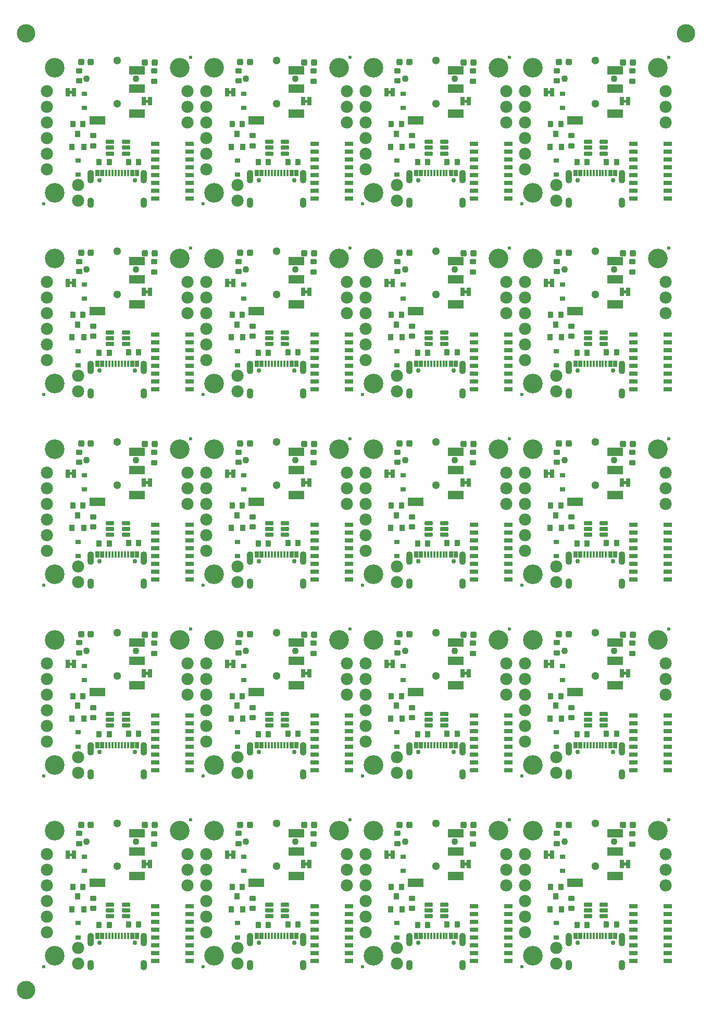
<source format=gts>
%TF.GenerationSoftware,KiCad,Pcbnew,8.0.8*%
%TF.CreationDate,2025-02-19T11:23:30-07:00*%
%TF.ProjectId,SparkFun_Audio_Player_Breakout_MY1690X-16S_panelized,53706172-6b46-4756-9e5f-417564696f5f,v10*%
%TF.SameCoordinates,Original*%
%TF.FileFunction,Soldermask,Top*%
%TF.FilePolarity,Negative*%
%FSLAX46Y46*%
G04 Gerber Fmt 4.6, Leading zero omitted, Abs format (unit mm)*
G04 Created by KiCad (PCBNEW 8.0.8) date 2025-02-19 11:23:30*
%MOMM*%
%LPD*%
G01*
G04 APERTURE LIST*
G04 Aperture macros list*
%AMRoundRect*
0 Rectangle with rounded corners*
0 $1 Rounding radius*
0 $2 $3 $4 $5 $6 $7 $8 $9 X,Y pos of 4 corners*
0 Add a 4 corners polygon primitive as box body*
4,1,4,$2,$3,$4,$5,$6,$7,$8,$9,$2,$3,0*
0 Add four circle primitives for the rounded corners*
1,1,$1+$1,$2,$3*
1,1,$1+$1,$4,$5*
1,1,$1+$1,$6,$7*
1,1,$1+$1,$8,$9*
0 Add four rect primitives between the rounded corners*
20,1,$1+$1,$2,$3,$4,$5,0*
20,1,$1+$1,$4,$5,$6,$7,0*
20,1,$1+$1,$6,$7,$8,$9,0*
20,1,$1+$1,$8,$9,$2,$3,0*%
G04 Aperture macros list end*
%ADD10C,0.000000*%
%ADD11C,3.000000*%
%ADD12C,1.100000*%
%ADD13RoundRect,0.050000X0.330200X0.635000X-0.330200X0.635000X-0.330200X-0.635000X0.330200X-0.635000X0*%
%ADD14C,0.750000*%
%ADD15RoundRect,0.050000X0.150000X0.500000X-0.150000X0.500000X-0.150000X-0.500000X0.150000X-0.500000X0*%
%ADD16RoundRect,0.050000X-0.150000X-0.500000X0.150000X-0.500000X0.150000X0.500000X-0.150000X0.500000X0*%
%ADD17RoundRect,0.050000X0.300000X0.500000X-0.300000X0.500000X-0.300000X-0.500000X0.300000X-0.500000X0*%
%ADD18RoundRect,0.050000X-0.300000X-0.500000X0.300000X-0.500000X0.300000X0.500000X-0.300000X0.500000X0*%
%ADD19O,1.100000X1.700000*%
%ADD20O,1.100000X2.200000*%
%ADD21RoundRect,0.225000X-0.225000X-0.300000X0.225000X-0.300000X0.225000X0.300000X-0.225000X0.300000X0*%
%ADD22RoundRect,0.243750X0.243750X0.281250X-0.243750X0.281250X-0.243750X-0.281250X0.243750X-0.281250X0*%
%ADD23RoundRect,0.050000X0.415000X-0.315000X0.415000X0.315000X-0.415000X0.315000X-0.415000X-0.315000X0*%
%ADD24RoundRect,0.243750X-0.243750X-0.281250X0.243750X-0.281250X0.243750X0.281250X-0.243750X0.281250X0*%
%ADD25RoundRect,0.050000X-0.400000X-0.450000X0.400000X-0.450000X0.400000X0.450000X-0.400000X0.450000X0*%
%ADD26RoundRect,0.225000X-0.300000X0.225000X-0.300000X-0.225000X0.300000X-0.225000X0.300000X0.225000X0*%
%ADD27C,1.979600*%
%ADD28RoundRect,0.050000X-0.415000X0.315000X-0.415000X-0.315000X0.415000X-0.315000X0.415000X0.315000X0*%
%ADD29C,3.200000*%
%ADD30C,1.300000*%
%ADD31RoundRect,0.050000X-1.250000X0.600000X-1.250000X-0.600000X1.250000X-0.600000X1.250000X0.600000X0*%
%ADD32RoundRect,0.050000X1.250000X-0.600000X1.250000X0.600000X-1.250000X0.600000X-1.250000X-0.600000X0*%
%ADD33C,0.600000*%
%ADD34RoundRect,0.050000X0.600000X-0.300000X0.600000X0.300000X-0.600000X0.300000X-0.600000X-0.300000X0*%
%ADD35RoundRect,0.225000X0.300000X-0.225000X0.300000X0.225000X-0.300000X0.225000X-0.300000X-0.225000X0*%
%ADD36RoundRect,0.050000X0.600000X-0.275000X0.600000X0.275000X-0.600000X0.275000X-0.600000X-0.275000X0*%
G04 APERTURE END LIST*
D10*
%TO.C,JP2*%
G36*
X83129000Y142623500D02*
G01*
X82621000Y142623500D01*
X82621000Y143104500D01*
X83129000Y143104500D01*
X83129000Y142623500D01*
G37*
G36*
X83129000Y111643500D02*
G01*
X82621000Y111643500D01*
X82621000Y112124500D01*
X83129000Y112124500D01*
X83129000Y111643500D01*
G37*
G36*
X83129000Y80663500D02*
G01*
X82621000Y80663500D01*
X82621000Y81144500D01*
X83129000Y81144500D01*
X83129000Y80663500D01*
G37*
G36*
X83129000Y49683500D02*
G01*
X82621000Y49683500D01*
X82621000Y50164500D01*
X83129000Y50164500D01*
X83129000Y49683500D01*
G37*
G36*
X83129000Y18703500D02*
G01*
X82621000Y18703500D01*
X82621000Y19184500D01*
X83129000Y19184500D01*
X83129000Y18703500D01*
G37*
G36*
X57229000Y142623500D02*
G01*
X56721000Y142623500D01*
X56721000Y143104500D01*
X57229000Y143104500D01*
X57229000Y142623500D01*
G37*
G36*
X57229000Y111643500D02*
G01*
X56721000Y111643500D01*
X56721000Y112124500D01*
X57229000Y112124500D01*
X57229000Y111643500D01*
G37*
G36*
X57229000Y80663500D02*
G01*
X56721000Y80663500D01*
X56721000Y81144500D01*
X57229000Y81144500D01*
X57229000Y80663500D01*
G37*
G36*
X57229000Y49683500D02*
G01*
X56721000Y49683500D01*
X56721000Y50164500D01*
X57229000Y50164500D01*
X57229000Y49683500D01*
G37*
G36*
X57229000Y18703500D02*
G01*
X56721000Y18703500D01*
X56721000Y19184500D01*
X57229000Y19184500D01*
X57229000Y18703500D01*
G37*
G36*
X31329000Y142623500D02*
G01*
X30821000Y142623500D01*
X30821000Y143104500D01*
X31329000Y143104500D01*
X31329000Y142623500D01*
G37*
G36*
X31329000Y111643500D02*
G01*
X30821000Y111643500D01*
X30821000Y112124500D01*
X31329000Y112124500D01*
X31329000Y111643500D01*
G37*
G36*
X31329000Y80663500D02*
G01*
X30821000Y80663500D01*
X30821000Y81144500D01*
X31329000Y81144500D01*
X31329000Y80663500D01*
G37*
G36*
X31329000Y49683500D02*
G01*
X30821000Y49683500D01*
X30821000Y50164500D01*
X31329000Y50164500D01*
X31329000Y49683500D01*
G37*
G36*
X31329000Y18703500D02*
G01*
X30821000Y18703500D01*
X30821000Y19184500D01*
X31329000Y19184500D01*
X31329000Y18703500D01*
G37*
G36*
X5429000Y142623500D02*
G01*
X4921000Y142623500D01*
X4921000Y143104500D01*
X5429000Y143104500D01*
X5429000Y142623500D01*
G37*
G36*
X5429000Y111643500D02*
G01*
X4921000Y111643500D01*
X4921000Y112124500D01*
X5429000Y112124500D01*
X5429000Y111643500D01*
G37*
G36*
X5429000Y80663500D02*
G01*
X4921000Y80663500D01*
X4921000Y81144500D01*
X5429000Y81144500D01*
X5429000Y80663500D01*
G37*
G36*
X5429000Y49683500D02*
G01*
X4921000Y49683500D01*
X4921000Y50164500D01*
X5429000Y50164500D01*
X5429000Y49683500D01*
G37*
%TO.C,JP3*%
G36*
X95502300Y141131500D02*
G01*
X94994300Y141131500D01*
X94994300Y141612500D01*
X95502300Y141612500D01*
X95502300Y141131500D01*
G37*
G36*
X95502300Y110151500D02*
G01*
X94994300Y110151500D01*
X94994300Y110632500D01*
X95502300Y110632500D01*
X95502300Y110151500D01*
G37*
G36*
X95502300Y79171500D02*
G01*
X94994300Y79171500D01*
X94994300Y79652500D01*
X95502300Y79652500D01*
X95502300Y79171500D01*
G37*
G36*
X95502300Y48191500D02*
G01*
X94994300Y48191500D01*
X94994300Y48672500D01*
X95502300Y48672500D01*
X95502300Y48191500D01*
G37*
G36*
X95502300Y17211500D02*
G01*
X94994300Y17211500D01*
X94994300Y17692500D01*
X95502300Y17692500D01*
X95502300Y17211500D01*
G37*
G36*
X69602300Y141131500D02*
G01*
X69094300Y141131500D01*
X69094300Y141612500D01*
X69602300Y141612500D01*
X69602300Y141131500D01*
G37*
G36*
X69602300Y110151500D02*
G01*
X69094300Y110151500D01*
X69094300Y110632500D01*
X69602300Y110632500D01*
X69602300Y110151500D01*
G37*
G36*
X69602300Y79171500D02*
G01*
X69094300Y79171500D01*
X69094300Y79652500D01*
X69602300Y79652500D01*
X69602300Y79171500D01*
G37*
G36*
X69602300Y48191500D02*
G01*
X69094300Y48191500D01*
X69094300Y48672500D01*
X69602300Y48672500D01*
X69602300Y48191500D01*
G37*
G36*
X69602300Y17211500D02*
G01*
X69094300Y17211500D01*
X69094300Y17692500D01*
X69602300Y17692500D01*
X69602300Y17211500D01*
G37*
G36*
X43702300Y141131500D02*
G01*
X43194300Y141131500D01*
X43194300Y141612500D01*
X43702300Y141612500D01*
X43702300Y141131500D01*
G37*
G36*
X43702300Y110151500D02*
G01*
X43194300Y110151500D01*
X43194300Y110632500D01*
X43702300Y110632500D01*
X43702300Y110151500D01*
G37*
G36*
X43702300Y79171500D02*
G01*
X43194300Y79171500D01*
X43194300Y79652500D01*
X43702300Y79652500D01*
X43702300Y79171500D01*
G37*
G36*
X43702300Y48191500D02*
G01*
X43194300Y48191500D01*
X43194300Y48672500D01*
X43702300Y48672500D01*
X43702300Y48191500D01*
G37*
G36*
X43702300Y17211500D02*
G01*
X43194300Y17211500D01*
X43194300Y17692500D01*
X43702300Y17692500D01*
X43702300Y17211500D01*
G37*
G36*
X17802300Y141131500D02*
G01*
X17294300Y141131500D01*
X17294300Y141612500D01*
X17802300Y141612500D01*
X17802300Y141131500D01*
G37*
G36*
X17802300Y110151500D02*
G01*
X17294300Y110151500D01*
X17294300Y110632500D01*
X17802300Y110632500D01*
X17802300Y110151500D01*
G37*
G36*
X17802300Y79171500D02*
G01*
X17294300Y79171500D01*
X17294300Y79652500D01*
X17802300Y79652500D01*
X17802300Y79171500D01*
G37*
G36*
X17802300Y48191500D02*
G01*
X17294300Y48191500D01*
X17294300Y48672500D01*
X17802300Y48672500D01*
X17802300Y48191500D01*
G37*
G36*
X17802300Y17211500D02*
G01*
X17294300Y17211500D01*
X17294300Y17692500D01*
X17802300Y17692500D01*
X17802300Y17211500D01*
G37*
%TO.C,JP2*%
G36*
X5429000Y18703500D02*
G01*
X4921000Y18703500D01*
X4921000Y19184500D01*
X5429000Y19184500D01*
X5429000Y18703500D01*
G37*
%TD*%
D11*
%TO.C,*%
X105187500Y152400000D03*
%TD*%
%TO.C,*%
X-2087500Y152400000D03*
%TD*%
%TO.C,*%
X-2087500Y-3080000D03*
%TD*%
D12*
%TO.C,J6*%
X85450000Y145002000D03*
X93450000Y145002000D03*
%TD*%
%TO.C,J6*%
X85450000Y114022000D03*
X93450000Y114022000D03*
%TD*%
%TO.C,J6*%
X85450000Y83042000D03*
X93450000Y83042000D03*
%TD*%
%TO.C,J6*%
X85450000Y52062000D03*
X93450000Y52062000D03*
%TD*%
%TO.C,J6*%
X85450000Y21082000D03*
X93450000Y21082000D03*
%TD*%
%TO.C,J6*%
X59550000Y145002000D03*
X67550000Y145002000D03*
%TD*%
%TO.C,J6*%
X59550000Y114022000D03*
X67550000Y114022000D03*
%TD*%
%TO.C,J6*%
X59550000Y83042000D03*
X67550000Y83042000D03*
%TD*%
%TO.C,J6*%
X59550000Y52062000D03*
X67550000Y52062000D03*
%TD*%
%TO.C,J6*%
X59550000Y21082000D03*
X67550000Y21082000D03*
%TD*%
%TO.C,J6*%
X33650000Y145002000D03*
X41650000Y145002000D03*
%TD*%
%TO.C,J6*%
X33650000Y114022000D03*
X41650000Y114022000D03*
%TD*%
%TO.C,J6*%
X33650000Y83042000D03*
X41650000Y83042000D03*
%TD*%
%TO.C,J6*%
X33650000Y52062000D03*
X41650000Y52062000D03*
%TD*%
%TO.C,J6*%
X33650000Y21082000D03*
X41650000Y21082000D03*
%TD*%
%TO.C,J6*%
X7750000Y145002000D03*
X15750000Y145002000D03*
%TD*%
%TO.C,J6*%
X7750000Y114022000D03*
X15750000Y114022000D03*
%TD*%
%TO.C,J6*%
X7750000Y83042000D03*
X15750000Y83042000D03*
%TD*%
%TO.C,J6*%
X7750000Y52062000D03*
X15750000Y52062000D03*
%TD*%
D13*
%TO.C,JP2*%
X83395700Y142864000D03*
X82354300Y142864000D03*
%TD*%
%TO.C,JP2*%
X83395700Y111884000D03*
X82354300Y111884000D03*
%TD*%
%TO.C,JP2*%
X83395700Y80904000D03*
X82354300Y80904000D03*
%TD*%
%TO.C,JP2*%
X83395700Y49924000D03*
X82354300Y49924000D03*
%TD*%
%TO.C,JP2*%
X83395700Y18944000D03*
X82354300Y18944000D03*
%TD*%
%TO.C,JP2*%
X57495700Y142864000D03*
X56454300Y142864000D03*
%TD*%
%TO.C,JP2*%
X57495700Y111884000D03*
X56454300Y111884000D03*
%TD*%
%TO.C,JP2*%
X57495700Y80904000D03*
X56454300Y80904000D03*
%TD*%
%TO.C,JP2*%
X57495700Y49924000D03*
X56454300Y49924000D03*
%TD*%
%TO.C,JP2*%
X57495700Y18944000D03*
X56454300Y18944000D03*
%TD*%
%TO.C,JP2*%
X31595700Y142864000D03*
X30554300Y142864000D03*
%TD*%
%TO.C,JP2*%
X31595700Y111884000D03*
X30554300Y111884000D03*
%TD*%
%TO.C,JP2*%
X31595700Y80904000D03*
X30554300Y80904000D03*
%TD*%
%TO.C,JP2*%
X31595700Y49924000D03*
X30554300Y49924000D03*
%TD*%
%TO.C,JP2*%
X31595700Y18944000D03*
X30554300Y18944000D03*
%TD*%
%TO.C,JP2*%
X5695700Y142864000D03*
X4654300Y142864000D03*
%TD*%
%TO.C,JP2*%
X5695700Y111884000D03*
X4654300Y111884000D03*
%TD*%
%TO.C,JP2*%
X5695700Y80904000D03*
X4654300Y80904000D03*
%TD*%
%TO.C,JP2*%
X5695700Y49924000D03*
X4654300Y49924000D03*
%TD*%
D14*
%TO.C,J4*%
X87510000Y128571000D03*
X93290000Y128571000D03*
D15*
X89150000Y129676000D03*
X90150000Y129676000D03*
D16*
X90650000Y129676000D03*
X91650000Y129676000D03*
X92150000Y129676000D03*
X91150000Y129676000D03*
D15*
X89650000Y129676000D03*
X88650000Y129676000D03*
D17*
X87175000Y129676000D03*
D18*
X93625000Y129676000D03*
D19*
X86082000Y124921000D03*
D20*
X86082000Y129101000D03*
X94718000Y129101000D03*
D19*
X94718000Y124921000D03*
D17*
X87950000Y129676000D03*
D18*
X92850000Y129676000D03*
%TD*%
D14*
%TO.C,J4*%
X87510000Y97591000D03*
X93290000Y97591000D03*
D15*
X89150000Y98696000D03*
X90150000Y98696000D03*
D16*
X90650000Y98696000D03*
X91650000Y98696000D03*
X92150000Y98696000D03*
X91150000Y98696000D03*
D15*
X89650000Y98696000D03*
X88650000Y98696000D03*
D17*
X87175000Y98696000D03*
D18*
X93625000Y98696000D03*
D19*
X86082000Y93941000D03*
D20*
X86082000Y98121000D03*
X94718000Y98121000D03*
D19*
X94718000Y93941000D03*
D17*
X87950000Y98696000D03*
D18*
X92850000Y98696000D03*
%TD*%
D14*
%TO.C,J4*%
X87510000Y66611000D03*
X93290000Y66611000D03*
D15*
X89150000Y67716000D03*
X90150000Y67716000D03*
D16*
X90650000Y67716000D03*
X91650000Y67716000D03*
X92150000Y67716000D03*
X91150000Y67716000D03*
D15*
X89650000Y67716000D03*
X88650000Y67716000D03*
D17*
X87175000Y67716000D03*
D18*
X93625000Y67716000D03*
D19*
X86082000Y62961000D03*
D20*
X86082000Y67141000D03*
X94718000Y67141000D03*
D19*
X94718000Y62961000D03*
D17*
X87950000Y67716000D03*
D18*
X92850000Y67716000D03*
%TD*%
D14*
%TO.C,J4*%
X87510000Y35631000D03*
X93290000Y35631000D03*
D15*
X89150000Y36736000D03*
X90150000Y36736000D03*
D16*
X90650000Y36736000D03*
X91650000Y36736000D03*
X92150000Y36736000D03*
X91150000Y36736000D03*
D15*
X89650000Y36736000D03*
X88650000Y36736000D03*
D17*
X87175000Y36736000D03*
D18*
X93625000Y36736000D03*
D19*
X86082000Y31981000D03*
D20*
X86082000Y36161000D03*
X94718000Y36161000D03*
D19*
X94718000Y31981000D03*
D17*
X87950000Y36736000D03*
D18*
X92850000Y36736000D03*
%TD*%
D14*
%TO.C,J4*%
X87510000Y4651000D03*
X93290000Y4651000D03*
D15*
X89150000Y5756000D03*
X90150000Y5756000D03*
D16*
X90650000Y5756000D03*
X91650000Y5756000D03*
X92150000Y5756000D03*
X91150000Y5756000D03*
D15*
X89650000Y5756000D03*
X88650000Y5756000D03*
D17*
X87175000Y5756000D03*
D18*
X93625000Y5756000D03*
D19*
X86082000Y1001000D03*
D20*
X86082000Y5181000D03*
X94718000Y5181000D03*
D19*
X94718000Y1001000D03*
D17*
X87950000Y5756000D03*
D18*
X92850000Y5756000D03*
%TD*%
D14*
%TO.C,J4*%
X61610000Y128571000D03*
X67390000Y128571000D03*
D15*
X63250000Y129676000D03*
X64250000Y129676000D03*
D16*
X64750000Y129676000D03*
X65750000Y129676000D03*
X66250000Y129676000D03*
X65250000Y129676000D03*
D15*
X63750000Y129676000D03*
X62750000Y129676000D03*
D17*
X61275000Y129676000D03*
D18*
X67725000Y129676000D03*
D19*
X60182000Y124921000D03*
D20*
X60182000Y129101000D03*
X68818000Y129101000D03*
D19*
X68818000Y124921000D03*
D17*
X62050000Y129676000D03*
D18*
X66950000Y129676000D03*
%TD*%
D14*
%TO.C,J4*%
X61610000Y97591000D03*
X67390000Y97591000D03*
D15*
X63250000Y98696000D03*
X64250000Y98696000D03*
D16*
X64750000Y98696000D03*
X65750000Y98696000D03*
X66250000Y98696000D03*
X65250000Y98696000D03*
D15*
X63750000Y98696000D03*
X62750000Y98696000D03*
D17*
X61275000Y98696000D03*
D18*
X67725000Y98696000D03*
D19*
X60182000Y93941000D03*
D20*
X60182000Y98121000D03*
X68818000Y98121000D03*
D19*
X68818000Y93941000D03*
D17*
X62050000Y98696000D03*
D18*
X66950000Y98696000D03*
%TD*%
D14*
%TO.C,J4*%
X61610000Y66611000D03*
X67390000Y66611000D03*
D15*
X63250000Y67716000D03*
X64250000Y67716000D03*
D16*
X64750000Y67716000D03*
X65750000Y67716000D03*
X66250000Y67716000D03*
X65250000Y67716000D03*
D15*
X63750000Y67716000D03*
X62750000Y67716000D03*
D17*
X61275000Y67716000D03*
D18*
X67725000Y67716000D03*
D19*
X60182000Y62961000D03*
D20*
X60182000Y67141000D03*
X68818000Y67141000D03*
D19*
X68818000Y62961000D03*
D17*
X62050000Y67716000D03*
D18*
X66950000Y67716000D03*
%TD*%
D14*
%TO.C,J4*%
X61610000Y35631000D03*
X67390000Y35631000D03*
D15*
X63250000Y36736000D03*
X64250000Y36736000D03*
D16*
X64750000Y36736000D03*
X65750000Y36736000D03*
X66250000Y36736000D03*
X65250000Y36736000D03*
D15*
X63750000Y36736000D03*
X62750000Y36736000D03*
D17*
X61275000Y36736000D03*
D18*
X67725000Y36736000D03*
D19*
X60182000Y31981000D03*
D20*
X60182000Y36161000D03*
X68818000Y36161000D03*
D19*
X68818000Y31981000D03*
D17*
X62050000Y36736000D03*
D18*
X66950000Y36736000D03*
%TD*%
D14*
%TO.C,J4*%
X61610000Y4651000D03*
X67390000Y4651000D03*
D15*
X63250000Y5756000D03*
X64250000Y5756000D03*
D16*
X64750000Y5756000D03*
X65750000Y5756000D03*
X66250000Y5756000D03*
X65250000Y5756000D03*
D15*
X63750000Y5756000D03*
X62750000Y5756000D03*
D17*
X61275000Y5756000D03*
D18*
X67725000Y5756000D03*
D19*
X60182000Y1001000D03*
D20*
X60182000Y5181000D03*
X68818000Y5181000D03*
D19*
X68818000Y1001000D03*
D17*
X62050000Y5756000D03*
D18*
X66950000Y5756000D03*
%TD*%
D14*
%TO.C,J4*%
X35710000Y128571000D03*
X41490000Y128571000D03*
D15*
X37350000Y129676000D03*
X38350000Y129676000D03*
D16*
X38850000Y129676000D03*
X39850000Y129676000D03*
X40350000Y129676000D03*
X39350000Y129676000D03*
D15*
X37850000Y129676000D03*
X36850000Y129676000D03*
D17*
X35375000Y129676000D03*
D18*
X41825000Y129676000D03*
D19*
X34282000Y124921000D03*
D20*
X34282000Y129101000D03*
X42918000Y129101000D03*
D19*
X42918000Y124921000D03*
D17*
X36150000Y129676000D03*
D18*
X41050000Y129676000D03*
%TD*%
D14*
%TO.C,J4*%
X35710000Y97591000D03*
X41490000Y97591000D03*
D15*
X37350000Y98696000D03*
X38350000Y98696000D03*
D16*
X38850000Y98696000D03*
X39850000Y98696000D03*
X40350000Y98696000D03*
X39350000Y98696000D03*
D15*
X37850000Y98696000D03*
X36850000Y98696000D03*
D17*
X35375000Y98696000D03*
D18*
X41825000Y98696000D03*
D19*
X34282000Y93941000D03*
D20*
X34282000Y98121000D03*
X42918000Y98121000D03*
D19*
X42918000Y93941000D03*
D17*
X36150000Y98696000D03*
D18*
X41050000Y98696000D03*
%TD*%
D14*
%TO.C,J4*%
X35710000Y66611000D03*
X41490000Y66611000D03*
D15*
X37350000Y67716000D03*
X38350000Y67716000D03*
D16*
X38850000Y67716000D03*
X39850000Y67716000D03*
X40350000Y67716000D03*
X39350000Y67716000D03*
D15*
X37850000Y67716000D03*
X36850000Y67716000D03*
D17*
X35375000Y67716000D03*
D18*
X41825000Y67716000D03*
D19*
X34282000Y62961000D03*
D20*
X34282000Y67141000D03*
X42918000Y67141000D03*
D19*
X42918000Y62961000D03*
D17*
X36150000Y67716000D03*
D18*
X41050000Y67716000D03*
%TD*%
D14*
%TO.C,J4*%
X35710000Y35631000D03*
X41490000Y35631000D03*
D15*
X37350000Y36736000D03*
X38350000Y36736000D03*
D16*
X38850000Y36736000D03*
X39850000Y36736000D03*
X40350000Y36736000D03*
X39350000Y36736000D03*
D15*
X37850000Y36736000D03*
X36850000Y36736000D03*
D17*
X35375000Y36736000D03*
D18*
X41825000Y36736000D03*
D19*
X34282000Y31981000D03*
D20*
X34282000Y36161000D03*
X42918000Y36161000D03*
D19*
X42918000Y31981000D03*
D17*
X36150000Y36736000D03*
D18*
X41050000Y36736000D03*
%TD*%
D14*
%TO.C,J4*%
X35710000Y4651000D03*
X41490000Y4651000D03*
D15*
X37350000Y5756000D03*
X38350000Y5756000D03*
D16*
X38850000Y5756000D03*
X39850000Y5756000D03*
X40350000Y5756000D03*
X39350000Y5756000D03*
D15*
X37850000Y5756000D03*
X36850000Y5756000D03*
D17*
X35375000Y5756000D03*
D18*
X41825000Y5756000D03*
D19*
X34282000Y1001000D03*
D20*
X34282000Y5181000D03*
X42918000Y5181000D03*
D19*
X42918000Y1001000D03*
D17*
X36150000Y5756000D03*
D18*
X41050000Y5756000D03*
%TD*%
D14*
%TO.C,J4*%
X9810000Y128571000D03*
X15590000Y128571000D03*
D15*
X11450000Y129676000D03*
X12450000Y129676000D03*
D16*
X12950000Y129676000D03*
X13950000Y129676000D03*
X14450000Y129676000D03*
X13450000Y129676000D03*
D15*
X11950000Y129676000D03*
X10950000Y129676000D03*
D17*
X9475000Y129676000D03*
D18*
X15925000Y129676000D03*
D19*
X8382000Y124921000D03*
D20*
X8382000Y129101000D03*
X17018000Y129101000D03*
D19*
X17018000Y124921000D03*
D17*
X10250000Y129676000D03*
D18*
X15150000Y129676000D03*
%TD*%
D14*
%TO.C,J4*%
X9810000Y97591000D03*
X15590000Y97591000D03*
D15*
X11450000Y98696000D03*
X12450000Y98696000D03*
D16*
X12950000Y98696000D03*
X13950000Y98696000D03*
X14450000Y98696000D03*
X13450000Y98696000D03*
D15*
X11950000Y98696000D03*
X10950000Y98696000D03*
D17*
X9475000Y98696000D03*
D18*
X15925000Y98696000D03*
D19*
X8382000Y93941000D03*
D20*
X8382000Y98121000D03*
X17018000Y98121000D03*
D19*
X17018000Y93941000D03*
D17*
X10250000Y98696000D03*
D18*
X15150000Y98696000D03*
%TD*%
D14*
%TO.C,J4*%
X9810000Y66611000D03*
X15590000Y66611000D03*
D15*
X11450000Y67716000D03*
X12450000Y67716000D03*
D16*
X12950000Y67716000D03*
X13950000Y67716000D03*
X14450000Y67716000D03*
X13450000Y67716000D03*
D15*
X11950000Y67716000D03*
X10950000Y67716000D03*
D17*
X9475000Y67716000D03*
D18*
X15925000Y67716000D03*
D19*
X8382000Y62961000D03*
D20*
X8382000Y67141000D03*
X17018000Y67141000D03*
D19*
X17018000Y62961000D03*
D17*
X10250000Y67716000D03*
D18*
X15150000Y67716000D03*
%TD*%
D14*
%TO.C,J4*%
X9810000Y35631000D03*
X15590000Y35631000D03*
D15*
X11450000Y36736000D03*
X12450000Y36736000D03*
D16*
X12950000Y36736000D03*
X13950000Y36736000D03*
X14450000Y36736000D03*
X13450000Y36736000D03*
D15*
X11950000Y36736000D03*
X10950000Y36736000D03*
D17*
X9475000Y36736000D03*
D18*
X15925000Y36736000D03*
D19*
X8382000Y31981000D03*
D20*
X8382000Y36161000D03*
X17018000Y36161000D03*
D19*
X17018000Y31981000D03*
D17*
X10250000Y36736000D03*
D18*
X15150000Y36736000D03*
%TD*%
D21*
%TO.C,R3*%
X87449000Y131480000D03*
X89099000Y131480000D03*
%TD*%
%TO.C,R3*%
X87449000Y100500000D03*
X89099000Y100500000D03*
%TD*%
%TO.C,R3*%
X87449000Y69520000D03*
X89099000Y69520000D03*
%TD*%
%TO.C,R3*%
X87449000Y38540000D03*
X89099000Y38540000D03*
%TD*%
%TO.C,R3*%
X87449000Y7560000D03*
X89099000Y7560000D03*
%TD*%
%TO.C,R3*%
X61549000Y131480000D03*
X63199000Y131480000D03*
%TD*%
%TO.C,R3*%
X61549000Y100500000D03*
X63199000Y100500000D03*
%TD*%
%TO.C,R3*%
X61549000Y69520000D03*
X63199000Y69520000D03*
%TD*%
%TO.C,R3*%
X61549000Y38540000D03*
X63199000Y38540000D03*
%TD*%
%TO.C,R3*%
X61549000Y7560000D03*
X63199000Y7560000D03*
%TD*%
%TO.C,R3*%
X35649000Y131480000D03*
X37299000Y131480000D03*
%TD*%
%TO.C,R3*%
X35649000Y100500000D03*
X37299000Y100500000D03*
%TD*%
%TO.C,R3*%
X35649000Y69520000D03*
X37299000Y69520000D03*
%TD*%
%TO.C,R3*%
X35649000Y38540000D03*
X37299000Y38540000D03*
%TD*%
%TO.C,R3*%
X35649000Y7560000D03*
X37299000Y7560000D03*
%TD*%
%TO.C,R3*%
X9749000Y131480000D03*
X11399000Y131480000D03*
%TD*%
%TO.C,R3*%
X9749000Y100500000D03*
X11399000Y100500000D03*
%TD*%
%TO.C,R3*%
X9749000Y69520000D03*
X11399000Y69520000D03*
%TD*%
%TO.C,R3*%
X9749000Y38540000D03*
X11399000Y38540000D03*
%TD*%
D22*
%TO.C,D4*%
X86102500Y147762000D03*
X84527500Y147762000D03*
%TD*%
%TO.C,D4*%
X86102500Y116782000D03*
X84527500Y116782000D03*
%TD*%
%TO.C,D4*%
X86102500Y85802000D03*
X84527500Y85802000D03*
%TD*%
%TO.C,D4*%
X86102500Y54822000D03*
X84527500Y54822000D03*
%TD*%
%TO.C,D4*%
X86102500Y23842000D03*
X84527500Y23842000D03*
%TD*%
%TO.C,D4*%
X60202500Y147762000D03*
X58627500Y147762000D03*
%TD*%
%TO.C,D4*%
X60202500Y116782000D03*
X58627500Y116782000D03*
%TD*%
%TO.C,D4*%
X60202500Y85802000D03*
X58627500Y85802000D03*
%TD*%
%TO.C,D4*%
X60202500Y54822000D03*
X58627500Y54822000D03*
%TD*%
%TO.C,D4*%
X60202500Y23842000D03*
X58627500Y23842000D03*
%TD*%
%TO.C,D4*%
X34302500Y147762000D03*
X32727500Y147762000D03*
%TD*%
%TO.C,D4*%
X34302500Y116782000D03*
X32727500Y116782000D03*
%TD*%
%TO.C,D4*%
X34302500Y85802000D03*
X32727500Y85802000D03*
%TD*%
%TO.C,D4*%
X34302500Y54822000D03*
X32727500Y54822000D03*
%TD*%
%TO.C,D4*%
X34302500Y23842000D03*
X32727500Y23842000D03*
%TD*%
%TO.C,D4*%
X8402500Y147762000D03*
X6827500Y147762000D03*
%TD*%
%TO.C,D4*%
X8402500Y116782000D03*
X6827500Y116782000D03*
%TD*%
%TO.C,D4*%
X8402500Y85802000D03*
X6827500Y85802000D03*
%TD*%
%TO.C,D4*%
X8402500Y54822000D03*
X6827500Y54822000D03*
%TD*%
D23*
%TO.C,D2*%
X85056000Y140265000D03*
X85056000Y142565000D03*
%TD*%
%TO.C,D2*%
X85056000Y109285000D03*
X85056000Y111585000D03*
%TD*%
%TO.C,D2*%
X85056000Y78305000D03*
X85056000Y80605000D03*
%TD*%
%TO.C,D2*%
X85056000Y47325000D03*
X85056000Y49625000D03*
%TD*%
%TO.C,D2*%
X85056000Y16345000D03*
X85056000Y18645000D03*
%TD*%
%TO.C,D2*%
X59156000Y140265000D03*
X59156000Y142565000D03*
%TD*%
%TO.C,D2*%
X59156000Y109285000D03*
X59156000Y111585000D03*
%TD*%
%TO.C,D2*%
X59156000Y78305000D03*
X59156000Y80605000D03*
%TD*%
%TO.C,D2*%
X59156000Y47325000D03*
X59156000Y49625000D03*
%TD*%
%TO.C,D2*%
X59156000Y16345000D03*
X59156000Y18645000D03*
%TD*%
%TO.C,D2*%
X33256000Y140265000D03*
X33256000Y142565000D03*
%TD*%
%TO.C,D2*%
X33256000Y109285000D03*
X33256000Y111585000D03*
%TD*%
%TO.C,D2*%
X33256000Y78305000D03*
X33256000Y80605000D03*
%TD*%
%TO.C,D2*%
X33256000Y47325000D03*
X33256000Y49625000D03*
%TD*%
%TO.C,D2*%
X33256000Y16345000D03*
X33256000Y18645000D03*
%TD*%
%TO.C,D2*%
X7356000Y140265000D03*
X7356000Y142565000D03*
%TD*%
%TO.C,D2*%
X7356000Y109285000D03*
X7356000Y111585000D03*
%TD*%
%TO.C,D2*%
X7356000Y78305000D03*
X7356000Y80605000D03*
%TD*%
%TO.C,D2*%
X7356000Y47325000D03*
X7356000Y49625000D03*
%TD*%
D21*
%TO.C,R4*%
X83174000Y137645000D03*
X84824000Y137645000D03*
%TD*%
%TO.C,R4*%
X83174000Y106665000D03*
X84824000Y106665000D03*
%TD*%
%TO.C,R4*%
X83174000Y75685000D03*
X84824000Y75685000D03*
%TD*%
%TO.C,R4*%
X83174000Y44705000D03*
X84824000Y44705000D03*
%TD*%
%TO.C,R4*%
X83174000Y13725000D03*
X84824000Y13725000D03*
%TD*%
%TO.C,R4*%
X57274000Y137645000D03*
X58924000Y137645000D03*
%TD*%
%TO.C,R4*%
X57274000Y106665000D03*
X58924000Y106665000D03*
%TD*%
%TO.C,R4*%
X57274000Y75685000D03*
X58924000Y75685000D03*
%TD*%
%TO.C,R4*%
X57274000Y44705000D03*
X58924000Y44705000D03*
%TD*%
%TO.C,R4*%
X57274000Y13725000D03*
X58924000Y13725000D03*
%TD*%
%TO.C,R4*%
X31374000Y137645000D03*
X33024000Y137645000D03*
%TD*%
%TO.C,R4*%
X31374000Y106665000D03*
X33024000Y106665000D03*
%TD*%
%TO.C,R4*%
X31374000Y75685000D03*
X33024000Y75685000D03*
%TD*%
%TO.C,R4*%
X31374000Y44705000D03*
X33024000Y44705000D03*
%TD*%
%TO.C,R4*%
X31374000Y13725000D03*
X33024000Y13725000D03*
%TD*%
%TO.C,R4*%
X5474000Y137645000D03*
X7124000Y137645000D03*
%TD*%
%TO.C,R4*%
X5474000Y106665000D03*
X7124000Y106665000D03*
%TD*%
%TO.C,R4*%
X5474000Y75685000D03*
X7124000Y75685000D03*
%TD*%
%TO.C,R4*%
X5474000Y44705000D03*
X7124000Y44705000D03*
%TD*%
D24*
%TO.C,D1*%
X94912500Y147678000D03*
X96487500Y147678000D03*
%TD*%
%TO.C,D1*%
X94912500Y116698000D03*
X96487500Y116698000D03*
%TD*%
%TO.C,D1*%
X94912500Y85718000D03*
X96487500Y85718000D03*
%TD*%
%TO.C,D1*%
X94912500Y54738000D03*
X96487500Y54738000D03*
%TD*%
%TO.C,D1*%
X94912500Y23758000D03*
X96487500Y23758000D03*
%TD*%
%TO.C,D1*%
X69012500Y147678000D03*
X70587500Y147678000D03*
%TD*%
%TO.C,D1*%
X69012500Y116698000D03*
X70587500Y116698000D03*
%TD*%
%TO.C,D1*%
X69012500Y85718000D03*
X70587500Y85718000D03*
%TD*%
%TO.C,D1*%
X69012500Y54738000D03*
X70587500Y54738000D03*
%TD*%
%TO.C,D1*%
X69012500Y23758000D03*
X70587500Y23758000D03*
%TD*%
%TO.C,D1*%
X43112500Y147678000D03*
X44687500Y147678000D03*
%TD*%
%TO.C,D1*%
X43112500Y116698000D03*
X44687500Y116698000D03*
%TD*%
%TO.C,D1*%
X43112500Y85718000D03*
X44687500Y85718000D03*
%TD*%
%TO.C,D1*%
X43112500Y54738000D03*
X44687500Y54738000D03*
%TD*%
%TO.C,D1*%
X43112500Y23758000D03*
X44687500Y23758000D03*
%TD*%
%TO.C,D1*%
X17212500Y147678000D03*
X18787500Y147678000D03*
%TD*%
%TO.C,D1*%
X17212500Y116698000D03*
X18787500Y116698000D03*
%TD*%
%TO.C,D1*%
X17212500Y85718000D03*
X18787500Y85718000D03*
%TD*%
%TO.C,D1*%
X17212500Y54738000D03*
X18787500Y54738000D03*
%TD*%
D25*
%TO.C,Q1*%
X83049000Y133989000D03*
X84949000Y133989000D03*
X83999000Y136089000D03*
%TD*%
%TO.C,Q1*%
X83049000Y103009000D03*
X84949000Y103009000D03*
X83999000Y105109000D03*
%TD*%
%TO.C,Q1*%
X83049000Y72029000D03*
X84949000Y72029000D03*
X83999000Y74129000D03*
%TD*%
%TO.C,Q1*%
X83049000Y41049000D03*
X84949000Y41049000D03*
X83999000Y43149000D03*
%TD*%
%TO.C,Q1*%
X83049000Y10069000D03*
X84949000Y10069000D03*
X83999000Y12169000D03*
%TD*%
%TO.C,Q1*%
X57149000Y133989000D03*
X59049000Y133989000D03*
X58099000Y136089000D03*
%TD*%
%TO.C,Q1*%
X57149000Y103009000D03*
X59049000Y103009000D03*
X58099000Y105109000D03*
%TD*%
%TO.C,Q1*%
X57149000Y72029000D03*
X59049000Y72029000D03*
X58099000Y74129000D03*
%TD*%
%TO.C,Q1*%
X57149000Y41049000D03*
X59049000Y41049000D03*
X58099000Y43149000D03*
%TD*%
%TO.C,Q1*%
X57149000Y10069000D03*
X59049000Y10069000D03*
X58099000Y12169000D03*
%TD*%
%TO.C,Q1*%
X31249000Y133989000D03*
X33149000Y133989000D03*
X32199000Y136089000D03*
%TD*%
%TO.C,Q1*%
X31249000Y103009000D03*
X33149000Y103009000D03*
X32199000Y105109000D03*
%TD*%
%TO.C,Q1*%
X31249000Y72029000D03*
X33149000Y72029000D03*
X32199000Y74129000D03*
%TD*%
%TO.C,Q1*%
X31249000Y41049000D03*
X33149000Y41049000D03*
X32199000Y43149000D03*
%TD*%
%TO.C,Q1*%
X31249000Y10069000D03*
X33149000Y10069000D03*
X32199000Y12169000D03*
%TD*%
%TO.C,Q1*%
X5349000Y133989000D03*
X7249000Y133989000D03*
X6299000Y136089000D03*
%TD*%
%TO.C,Q1*%
X5349000Y103009000D03*
X7249000Y103009000D03*
X6299000Y105109000D03*
%TD*%
%TO.C,Q1*%
X5349000Y72029000D03*
X7249000Y72029000D03*
X6299000Y74129000D03*
%TD*%
%TO.C,Q1*%
X5349000Y41049000D03*
X7249000Y41049000D03*
X6299000Y43149000D03*
%TD*%
D26*
%TO.C,R9*%
X84193000Y146334000D03*
X84193000Y144684000D03*
%TD*%
%TO.C,R9*%
X84193000Y115354000D03*
X84193000Y113704000D03*
%TD*%
%TO.C,R9*%
X84193000Y84374000D03*
X84193000Y82724000D03*
%TD*%
%TO.C,R9*%
X84193000Y53394000D03*
X84193000Y51744000D03*
%TD*%
%TO.C,R9*%
X84193000Y22414000D03*
X84193000Y20764000D03*
%TD*%
%TO.C,R9*%
X58293000Y146334000D03*
X58293000Y144684000D03*
%TD*%
%TO.C,R9*%
X58293000Y115354000D03*
X58293000Y113704000D03*
%TD*%
%TO.C,R9*%
X58293000Y84374000D03*
X58293000Y82724000D03*
%TD*%
%TO.C,R9*%
X58293000Y53394000D03*
X58293000Y51744000D03*
%TD*%
%TO.C,R9*%
X58293000Y22414000D03*
X58293000Y20764000D03*
%TD*%
%TO.C,R9*%
X32393000Y146334000D03*
X32393000Y144684000D03*
%TD*%
%TO.C,R9*%
X32393000Y115354000D03*
X32393000Y113704000D03*
%TD*%
%TO.C,R9*%
X32393000Y84374000D03*
X32393000Y82724000D03*
%TD*%
%TO.C,R9*%
X32393000Y53394000D03*
X32393000Y51744000D03*
%TD*%
%TO.C,R9*%
X32393000Y22414000D03*
X32393000Y20764000D03*
%TD*%
%TO.C,R9*%
X6493000Y146334000D03*
X6493000Y144684000D03*
%TD*%
%TO.C,R9*%
X6493000Y115354000D03*
X6493000Y113704000D03*
%TD*%
%TO.C,R9*%
X6493000Y84374000D03*
X6493000Y82724000D03*
%TD*%
%TO.C,R9*%
X6493000Y53394000D03*
X6493000Y51744000D03*
%TD*%
D27*
%TO.C,J2*%
X101830000Y142970000D03*
X101830000Y140430000D03*
X101830000Y137890000D03*
%TD*%
%TO.C,J2*%
X101830000Y111990000D03*
X101830000Y109450000D03*
X101830000Y106910000D03*
%TD*%
%TO.C,J2*%
X101830000Y81010000D03*
X101830000Y78470000D03*
X101830000Y75930000D03*
%TD*%
%TO.C,J2*%
X101830000Y50030000D03*
X101830000Y47490000D03*
X101830000Y44950000D03*
%TD*%
%TO.C,J2*%
X101830000Y19050000D03*
X101830000Y16510000D03*
X101830000Y13970000D03*
%TD*%
%TO.C,J2*%
X75930000Y142970000D03*
X75930000Y140430000D03*
X75930000Y137890000D03*
%TD*%
%TO.C,J2*%
X75930000Y111990000D03*
X75930000Y109450000D03*
X75930000Y106910000D03*
%TD*%
%TO.C,J2*%
X75930000Y81010000D03*
X75930000Y78470000D03*
X75930000Y75930000D03*
%TD*%
%TO.C,J2*%
X75930000Y50030000D03*
X75930000Y47490000D03*
X75930000Y44950000D03*
%TD*%
%TO.C,J2*%
X75930000Y19050000D03*
X75930000Y16510000D03*
X75930000Y13970000D03*
%TD*%
%TO.C,J2*%
X50030000Y142970000D03*
X50030000Y140430000D03*
X50030000Y137890000D03*
%TD*%
%TO.C,J2*%
X50030000Y111990000D03*
X50030000Y109450000D03*
X50030000Y106910000D03*
%TD*%
%TO.C,J2*%
X50030000Y81010000D03*
X50030000Y78470000D03*
X50030000Y75930000D03*
%TD*%
%TO.C,J2*%
X50030000Y50030000D03*
X50030000Y47490000D03*
X50030000Y44950000D03*
%TD*%
%TO.C,J2*%
X50030000Y19050000D03*
X50030000Y16510000D03*
X50030000Y13970000D03*
%TD*%
%TO.C,J2*%
X24130000Y142970000D03*
X24130000Y140430000D03*
X24130000Y137890000D03*
%TD*%
%TO.C,J2*%
X24130000Y111990000D03*
X24130000Y109450000D03*
X24130000Y106910000D03*
%TD*%
%TO.C,J2*%
X24130000Y81010000D03*
X24130000Y78470000D03*
X24130000Y75930000D03*
%TD*%
%TO.C,J2*%
X24130000Y50030000D03*
X24130000Y47490000D03*
X24130000Y44950000D03*
%TD*%
D21*
%TO.C,R2*%
X92236000Y131532000D03*
X93886000Y131532000D03*
%TD*%
%TO.C,R2*%
X92236000Y100552000D03*
X93886000Y100552000D03*
%TD*%
%TO.C,R2*%
X92236000Y69572000D03*
X93886000Y69572000D03*
%TD*%
%TO.C,R2*%
X92236000Y38592000D03*
X93886000Y38592000D03*
%TD*%
%TO.C,R2*%
X92236000Y7612000D03*
X93886000Y7612000D03*
%TD*%
%TO.C,R2*%
X66336000Y131532000D03*
X67986000Y131532000D03*
%TD*%
%TO.C,R2*%
X66336000Y100552000D03*
X67986000Y100552000D03*
%TD*%
%TO.C,R2*%
X66336000Y69572000D03*
X67986000Y69572000D03*
%TD*%
%TO.C,R2*%
X66336000Y38592000D03*
X67986000Y38592000D03*
%TD*%
%TO.C,R2*%
X66336000Y7612000D03*
X67986000Y7612000D03*
%TD*%
%TO.C,R2*%
X40436000Y131532000D03*
X42086000Y131532000D03*
%TD*%
%TO.C,R2*%
X40436000Y100552000D03*
X42086000Y100552000D03*
%TD*%
%TO.C,R2*%
X40436000Y69572000D03*
X42086000Y69572000D03*
%TD*%
%TO.C,R2*%
X40436000Y38592000D03*
X42086000Y38592000D03*
%TD*%
%TO.C,R2*%
X40436000Y7612000D03*
X42086000Y7612000D03*
%TD*%
%TO.C,R2*%
X14536000Y131532000D03*
X16186000Y131532000D03*
%TD*%
%TO.C,R2*%
X14536000Y100552000D03*
X16186000Y100552000D03*
%TD*%
%TO.C,R2*%
X14536000Y69572000D03*
X16186000Y69572000D03*
%TD*%
%TO.C,R2*%
X14536000Y38592000D03*
X16186000Y38592000D03*
%TD*%
D26*
%TO.C,R5*%
X96423000Y146276000D03*
X96423000Y144626000D03*
%TD*%
%TO.C,R5*%
X96423000Y115296000D03*
X96423000Y113646000D03*
%TD*%
%TO.C,R5*%
X96423000Y84316000D03*
X96423000Y82666000D03*
%TD*%
%TO.C,R5*%
X96423000Y53336000D03*
X96423000Y51686000D03*
%TD*%
%TO.C,R5*%
X96423000Y22356000D03*
X96423000Y20706000D03*
%TD*%
%TO.C,R5*%
X70523000Y146276000D03*
X70523000Y144626000D03*
%TD*%
%TO.C,R5*%
X70523000Y115296000D03*
X70523000Y113646000D03*
%TD*%
%TO.C,R5*%
X70523000Y84316000D03*
X70523000Y82666000D03*
%TD*%
%TO.C,R5*%
X70523000Y53336000D03*
X70523000Y51686000D03*
%TD*%
%TO.C,R5*%
X70523000Y22356000D03*
X70523000Y20706000D03*
%TD*%
%TO.C,R5*%
X44623000Y146276000D03*
X44623000Y144626000D03*
%TD*%
%TO.C,R5*%
X44623000Y115296000D03*
X44623000Y113646000D03*
%TD*%
%TO.C,R5*%
X44623000Y84316000D03*
X44623000Y82666000D03*
%TD*%
%TO.C,R5*%
X44623000Y53336000D03*
X44623000Y51686000D03*
%TD*%
%TO.C,R5*%
X44623000Y22356000D03*
X44623000Y20706000D03*
%TD*%
%TO.C,R5*%
X18723000Y146276000D03*
X18723000Y144626000D03*
%TD*%
%TO.C,R5*%
X18723000Y115296000D03*
X18723000Y113646000D03*
%TD*%
%TO.C,R5*%
X18723000Y84316000D03*
X18723000Y82666000D03*
%TD*%
%TO.C,R5*%
X18723000Y53336000D03*
X18723000Y51686000D03*
%TD*%
D28*
%TO.C,D3*%
X84051000Y131769000D03*
X84051000Y129469000D03*
%TD*%
%TO.C,D3*%
X84051000Y100789000D03*
X84051000Y98489000D03*
%TD*%
%TO.C,D3*%
X84051000Y69809000D03*
X84051000Y67509000D03*
%TD*%
%TO.C,D3*%
X84051000Y38829000D03*
X84051000Y36529000D03*
%TD*%
%TO.C,D3*%
X84051000Y7849000D03*
X84051000Y5549000D03*
%TD*%
%TO.C,D3*%
X58151000Y131769000D03*
X58151000Y129469000D03*
%TD*%
%TO.C,D3*%
X58151000Y100789000D03*
X58151000Y98489000D03*
%TD*%
%TO.C,D3*%
X58151000Y69809000D03*
X58151000Y67509000D03*
%TD*%
%TO.C,D3*%
X58151000Y38829000D03*
X58151000Y36529000D03*
%TD*%
%TO.C,D3*%
X58151000Y7849000D03*
X58151000Y5549000D03*
%TD*%
%TO.C,D3*%
X32251000Y131769000D03*
X32251000Y129469000D03*
%TD*%
%TO.C,D3*%
X32251000Y100789000D03*
X32251000Y98489000D03*
%TD*%
%TO.C,D3*%
X32251000Y69809000D03*
X32251000Y67509000D03*
%TD*%
%TO.C,D3*%
X32251000Y38829000D03*
X32251000Y36529000D03*
%TD*%
%TO.C,D3*%
X32251000Y7849000D03*
X32251000Y5549000D03*
%TD*%
%TO.C,D3*%
X6351000Y131769000D03*
X6351000Y129469000D03*
%TD*%
%TO.C,D3*%
X6351000Y100789000D03*
X6351000Y98489000D03*
%TD*%
%TO.C,D3*%
X6351000Y69809000D03*
X6351000Y67509000D03*
%TD*%
%TO.C,D3*%
X6351000Y38829000D03*
X6351000Y36529000D03*
%TD*%
D29*
%TO.C,ST3*%
X80240000Y126460000D03*
%TD*%
%TO.C,ST3*%
X80240000Y95480000D03*
%TD*%
%TO.C,ST3*%
X80240000Y64500000D03*
%TD*%
%TO.C,ST3*%
X80240000Y33520000D03*
%TD*%
%TO.C,ST3*%
X80240000Y2540000D03*
%TD*%
%TO.C,ST3*%
X54340000Y126460000D03*
%TD*%
%TO.C,ST3*%
X54340000Y95480000D03*
%TD*%
%TO.C,ST3*%
X54340000Y64500000D03*
%TD*%
%TO.C,ST3*%
X54340000Y33520000D03*
%TD*%
%TO.C,ST3*%
X54340000Y2540000D03*
%TD*%
%TO.C,ST3*%
X28440000Y126460000D03*
%TD*%
%TO.C,ST3*%
X28440000Y95480000D03*
%TD*%
%TO.C,ST3*%
X28440000Y64500000D03*
%TD*%
%TO.C,ST3*%
X28440000Y33520000D03*
%TD*%
%TO.C,ST3*%
X28440000Y2540000D03*
%TD*%
%TO.C,ST3*%
X2540000Y126460000D03*
%TD*%
%TO.C,ST3*%
X2540000Y95480000D03*
%TD*%
%TO.C,ST3*%
X2540000Y64500000D03*
%TD*%
%TO.C,ST3*%
X2540000Y33520000D03*
%TD*%
D30*
%TO.C,J1*%
X90400000Y147994000D03*
X90400000Y140994000D03*
D31*
X93650000Y143394000D03*
D32*
X93650000Y146394000D03*
D31*
X87150000Y138294000D03*
X93650000Y139394000D03*
%TD*%
D30*
%TO.C,J1*%
X90400000Y117014000D03*
X90400000Y110014000D03*
D31*
X93650000Y112414000D03*
D32*
X93650000Y115414000D03*
D31*
X87150000Y107314000D03*
X93650000Y108414000D03*
%TD*%
D30*
%TO.C,J1*%
X90400000Y86034000D03*
X90400000Y79034000D03*
D31*
X93650000Y81434000D03*
D32*
X93650000Y84434000D03*
D31*
X87150000Y76334000D03*
X93650000Y77434000D03*
%TD*%
D30*
%TO.C,J1*%
X90400000Y55054000D03*
X90400000Y48054000D03*
D31*
X93650000Y50454000D03*
D32*
X93650000Y53454000D03*
D31*
X87150000Y45354000D03*
X93650000Y46454000D03*
%TD*%
D30*
%TO.C,J1*%
X90400000Y24074000D03*
X90400000Y17074000D03*
D31*
X93650000Y19474000D03*
D32*
X93650000Y22474000D03*
D31*
X87150000Y14374000D03*
X93650000Y15474000D03*
%TD*%
D30*
%TO.C,J1*%
X64500000Y147994000D03*
X64500000Y140994000D03*
D31*
X67750000Y143394000D03*
D32*
X67750000Y146394000D03*
D31*
X61250000Y138294000D03*
X67750000Y139394000D03*
%TD*%
D30*
%TO.C,J1*%
X64500000Y117014000D03*
X64500000Y110014000D03*
D31*
X67750000Y112414000D03*
D32*
X67750000Y115414000D03*
D31*
X61250000Y107314000D03*
X67750000Y108414000D03*
%TD*%
D30*
%TO.C,J1*%
X64500000Y86034000D03*
X64500000Y79034000D03*
D31*
X67750000Y81434000D03*
D32*
X67750000Y84434000D03*
D31*
X61250000Y76334000D03*
X67750000Y77434000D03*
%TD*%
D30*
%TO.C,J1*%
X64500000Y55054000D03*
X64500000Y48054000D03*
D31*
X67750000Y50454000D03*
D32*
X67750000Y53454000D03*
D31*
X61250000Y45354000D03*
X67750000Y46454000D03*
%TD*%
D30*
%TO.C,J1*%
X64500000Y24074000D03*
X64500000Y17074000D03*
D31*
X67750000Y19474000D03*
D32*
X67750000Y22474000D03*
D31*
X61250000Y14374000D03*
X67750000Y15474000D03*
%TD*%
D30*
%TO.C,J1*%
X38600000Y147994000D03*
X38600000Y140994000D03*
D31*
X41850000Y143394000D03*
D32*
X41850000Y146394000D03*
D31*
X35350000Y138294000D03*
X41850000Y139394000D03*
%TD*%
D30*
%TO.C,J1*%
X38600000Y117014000D03*
X38600000Y110014000D03*
D31*
X41850000Y112414000D03*
D32*
X41850000Y115414000D03*
D31*
X35350000Y107314000D03*
X41850000Y108414000D03*
%TD*%
D30*
%TO.C,J1*%
X38600000Y86034000D03*
X38600000Y79034000D03*
D31*
X41850000Y81434000D03*
D32*
X41850000Y84434000D03*
D31*
X35350000Y76334000D03*
X41850000Y77434000D03*
%TD*%
D30*
%TO.C,J1*%
X38600000Y55054000D03*
X38600000Y48054000D03*
D31*
X41850000Y50454000D03*
D32*
X41850000Y53454000D03*
D31*
X35350000Y45354000D03*
X41850000Y46454000D03*
%TD*%
D30*
%TO.C,J1*%
X38600000Y24074000D03*
X38600000Y17074000D03*
D31*
X41850000Y19474000D03*
D32*
X41850000Y22474000D03*
D31*
X35350000Y14374000D03*
X41850000Y15474000D03*
%TD*%
D30*
%TO.C,J1*%
X12700000Y147994000D03*
X12700000Y140994000D03*
D31*
X15950000Y143394000D03*
D32*
X15950000Y146394000D03*
D31*
X9450000Y138294000D03*
X15950000Y139394000D03*
%TD*%
D30*
%TO.C,J1*%
X12700000Y117014000D03*
X12700000Y110014000D03*
D31*
X15950000Y112414000D03*
D32*
X15950000Y115414000D03*
D31*
X9450000Y107314000D03*
X15950000Y108414000D03*
%TD*%
D30*
%TO.C,J1*%
X12700000Y86034000D03*
X12700000Y79034000D03*
D31*
X15950000Y81434000D03*
D32*
X15950000Y84434000D03*
D31*
X9450000Y76334000D03*
X15950000Y77434000D03*
%TD*%
D30*
%TO.C,J1*%
X12700000Y55054000D03*
X12700000Y48054000D03*
D31*
X15950000Y50454000D03*
D32*
X15950000Y53454000D03*
D31*
X9450000Y45354000D03*
X15950000Y46454000D03*
%TD*%
D33*
%TO.C,FID4*%
X102327000Y148537000D03*
%TD*%
%TO.C,FID4*%
X102327000Y117557000D03*
%TD*%
%TO.C,FID4*%
X102327000Y86577000D03*
%TD*%
%TO.C,FID4*%
X102327000Y55597000D03*
%TD*%
%TO.C,FID4*%
X102327000Y24617000D03*
%TD*%
%TO.C,FID4*%
X76427000Y148537000D03*
%TD*%
%TO.C,FID4*%
X76427000Y117557000D03*
%TD*%
%TO.C,FID4*%
X76427000Y86577000D03*
%TD*%
%TO.C,FID4*%
X76427000Y55597000D03*
%TD*%
%TO.C,FID4*%
X76427000Y24617000D03*
%TD*%
%TO.C,FID4*%
X50527000Y148537000D03*
%TD*%
%TO.C,FID4*%
X50527000Y117557000D03*
%TD*%
%TO.C,FID4*%
X50527000Y86577000D03*
%TD*%
%TO.C,FID4*%
X50527000Y55597000D03*
%TD*%
%TO.C,FID4*%
X50527000Y24617000D03*
%TD*%
%TO.C,FID4*%
X24627000Y148537000D03*
%TD*%
%TO.C,FID4*%
X24627000Y117557000D03*
%TD*%
%TO.C,FID4*%
X24627000Y86577000D03*
%TD*%
%TO.C,FID4*%
X24627000Y55597000D03*
%TD*%
D27*
%TO.C,J3*%
X84050000Y127730000D03*
X84050000Y125190000D03*
%TD*%
%TO.C,J3*%
X84050000Y96750000D03*
X84050000Y94210000D03*
%TD*%
%TO.C,J3*%
X84050000Y65770000D03*
X84050000Y63230000D03*
%TD*%
%TO.C,J3*%
X84050000Y34790000D03*
X84050000Y32250000D03*
%TD*%
%TO.C,J3*%
X84050000Y3810000D03*
X84050000Y1270000D03*
%TD*%
%TO.C,J3*%
X58150000Y127730000D03*
X58150000Y125190000D03*
%TD*%
%TO.C,J3*%
X58150000Y96750000D03*
X58150000Y94210000D03*
%TD*%
%TO.C,J3*%
X58150000Y65770000D03*
X58150000Y63230000D03*
%TD*%
%TO.C,J3*%
X58150000Y34790000D03*
X58150000Y32250000D03*
%TD*%
%TO.C,J3*%
X58150000Y3810000D03*
X58150000Y1270000D03*
%TD*%
%TO.C,J3*%
X32250000Y127730000D03*
X32250000Y125190000D03*
%TD*%
%TO.C,J3*%
X32250000Y96750000D03*
X32250000Y94210000D03*
%TD*%
%TO.C,J3*%
X32250000Y65770000D03*
X32250000Y63230000D03*
%TD*%
%TO.C,J3*%
X32250000Y34790000D03*
X32250000Y32250000D03*
%TD*%
%TO.C,J3*%
X32250000Y3810000D03*
X32250000Y1270000D03*
%TD*%
%TO.C,J3*%
X6350000Y127730000D03*
X6350000Y125190000D03*
%TD*%
%TO.C,J3*%
X6350000Y96750000D03*
X6350000Y94210000D03*
%TD*%
%TO.C,J3*%
X6350000Y65770000D03*
X6350000Y63230000D03*
%TD*%
%TO.C,J3*%
X6350000Y34790000D03*
X6350000Y32250000D03*
%TD*%
D34*
%TO.C,U2*%
X102175000Y125600000D03*
X102175000Y126870000D03*
X102175000Y128140000D03*
X102175000Y129410000D03*
X102175000Y130680000D03*
X102175000Y131950000D03*
X102175000Y133220000D03*
X102175000Y134490000D03*
X96575000Y134490000D03*
X96575000Y133220000D03*
X96575000Y131950000D03*
X96575000Y130680000D03*
X96575000Y129410000D03*
X96575000Y128140000D03*
X96575000Y126870000D03*
X96575000Y125600000D03*
%TD*%
%TO.C,U2*%
X102175000Y94620000D03*
X102175000Y95890000D03*
X102175000Y97160000D03*
X102175000Y98430000D03*
X102175000Y99700000D03*
X102175000Y100970000D03*
X102175000Y102240000D03*
X102175000Y103510000D03*
X96575000Y103510000D03*
X96575000Y102240000D03*
X96575000Y100970000D03*
X96575000Y99700000D03*
X96575000Y98430000D03*
X96575000Y97160000D03*
X96575000Y95890000D03*
X96575000Y94620000D03*
%TD*%
%TO.C,U2*%
X102175000Y63640000D03*
X102175000Y64910000D03*
X102175000Y66180000D03*
X102175000Y67450000D03*
X102175000Y68720000D03*
X102175000Y69990000D03*
X102175000Y71260000D03*
X102175000Y72530000D03*
X96575000Y72530000D03*
X96575000Y71260000D03*
X96575000Y69990000D03*
X96575000Y68720000D03*
X96575000Y67450000D03*
X96575000Y66180000D03*
X96575000Y64910000D03*
X96575000Y63640000D03*
%TD*%
%TO.C,U2*%
X102175000Y32660000D03*
X102175000Y33930000D03*
X102175000Y35200000D03*
X102175000Y36470000D03*
X102175000Y37740000D03*
X102175000Y39010000D03*
X102175000Y40280000D03*
X102175000Y41550000D03*
X96575000Y41550000D03*
X96575000Y40280000D03*
X96575000Y39010000D03*
X96575000Y37740000D03*
X96575000Y36470000D03*
X96575000Y35200000D03*
X96575000Y33930000D03*
X96575000Y32660000D03*
%TD*%
%TO.C,U2*%
X102175000Y1680000D03*
X102175000Y2950000D03*
X102175000Y4220000D03*
X102175000Y5490000D03*
X102175000Y6760000D03*
X102175000Y8030000D03*
X102175000Y9300000D03*
X102175000Y10570000D03*
X96575000Y10570000D03*
X96575000Y9300000D03*
X96575000Y8030000D03*
X96575000Y6760000D03*
X96575000Y5490000D03*
X96575000Y4220000D03*
X96575000Y2950000D03*
X96575000Y1680000D03*
%TD*%
%TO.C,U2*%
X76275000Y125600000D03*
X76275000Y126870000D03*
X76275000Y128140000D03*
X76275000Y129410000D03*
X76275000Y130680000D03*
X76275000Y131950000D03*
X76275000Y133220000D03*
X76275000Y134490000D03*
X70675000Y134490000D03*
X70675000Y133220000D03*
X70675000Y131950000D03*
X70675000Y130680000D03*
X70675000Y129410000D03*
X70675000Y128140000D03*
X70675000Y126870000D03*
X70675000Y125600000D03*
%TD*%
%TO.C,U2*%
X76275000Y94620000D03*
X76275000Y95890000D03*
X76275000Y97160000D03*
X76275000Y98430000D03*
X76275000Y99700000D03*
X76275000Y100970000D03*
X76275000Y102240000D03*
X76275000Y103510000D03*
X70675000Y103510000D03*
X70675000Y102240000D03*
X70675000Y100970000D03*
X70675000Y99700000D03*
X70675000Y98430000D03*
X70675000Y97160000D03*
X70675000Y95890000D03*
X70675000Y94620000D03*
%TD*%
%TO.C,U2*%
X76275000Y63640000D03*
X76275000Y64910000D03*
X76275000Y66180000D03*
X76275000Y67450000D03*
X76275000Y68720000D03*
X76275000Y69990000D03*
X76275000Y71260000D03*
X76275000Y72530000D03*
X70675000Y72530000D03*
X70675000Y71260000D03*
X70675000Y69990000D03*
X70675000Y68720000D03*
X70675000Y67450000D03*
X70675000Y66180000D03*
X70675000Y64910000D03*
X70675000Y63640000D03*
%TD*%
%TO.C,U2*%
X76275000Y32660000D03*
X76275000Y33930000D03*
X76275000Y35200000D03*
X76275000Y36470000D03*
X76275000Y37740000D03*
X76275000Y39010000D03*
X76275000Y40280000D03*
X76275000Y41550000D03*
X70675000Y41550000D03*
X70675000Y40280000D03*
X70675000Y39010000D03*
X70675000Y37740000D03*
X70675000Y36470000D03*
X70675000Y35200000D03*
X70675000Y33930000D03*
X70675000Y32660000D03*
%TD*%
%TO.C,U2*%
X76275000Y1680000D03*
X76275000Y2950000D03*
X76275000Y4220000D03*
X76275000Y5490000D03*
X76275000Y6760000D03*
X76275000Y8030000D03*
X76275000Y9300000D03*
X76275000Y10570000D03*
X70675000Y10570000D03*
X70675000Y9300000D03*
X70675000Y8030000D03*
X70675000Y6760000D03*
X70675000Y5490000D03*
X70675000Y4220000D03*
X70675000Y2950000D03*
X70675000Y1680000D03*
%TD*%
%TO.C,U2*%
X50375000Y125600000D03*
X50375000Y126870000D03*
X50375000Y128140000D03*
X50375000Y129410000D03*
X50375000Y130680000D03*
X50375000Y131950000D03*
X50375000Y133220000D03*
X50375000Y134490000D03*
X44775000Y134490000D03*
X44775000Y133220000D03*
X44775000Y131950000D03*
X44775000Y130680000D03*
X44775000Y129410000D03*
X44775000Y128140000D03*
X44775000Y126870000D03*
X44775000Y125600000D03*
%TD*%
%TO.C,U2*%
X50375000Y94620000D03*
X50375000Y95890000D03*
X50375000Y97160000D03*
X50375000Y98430000D03*
X50375000Y99700000D03*
X50375000Y100970000D03*
X50375000Y102240000D03*
X50375000Y103510000D03*
X44775000Y103510000D03*
X44775000Y102240000D03*
X44775000Y100970000D03*
X44775000Y99700000D03*
X44775000Y98430000D03*
X44775000Y97160000D03*
X44775000Y95890000D03*
X44775000Y94620000D03*
%TD*%
%TO.C,U2*%
X50375000Y63640000D03*
X50375000Y64910000D03*
X50375000Y66180000D03*
X50375000Y67450000D03*
X50375000Y68720000D03*
X50375000Y69990000D03*
X50375000Y71260000D03*
X50375000Y72530000D03*
X44775000Y72530000D03*
X44775000Y71260000D03*
X44775000Y69990000D03*
X44775000Y68720000D03*
X44775000Y67450000D03*
X44775000Y66180000D03*
X44775000Y64910000D03*
X44775000Y63640000D03*
%TD*%
%TO.C,U2*%
X50375000Y32660000D03*
X50375000Y33930000D03*
X50375000Y35200000D03*
X50375000Y36470000D03*
X50375000Y37740000D03*
X50375000Y39010000D03*
X50375000Y40280000D03*
X50375000Y41550000D03*
X44775000Y41550000D03*
X44775000Y40280000D03*
X44775000Y39010000D03*
X44775000Y37740000D03*
X44775000Y36470000D03*
X44775000Y35200000D03*
X44775000Y33930000D03*
X44775000Y32660000D03*
%TD*%
%TO.C,U2*%
X50375000Y1680000D03*
X50375000Y2950000D03*
X50375000Y4220000D03*
X50375000Y5490000D03*
X50375000Y6760000D03*
X50375000Y8030000D03*
X50375000Y9300000D03*
X50375000Y10570000D03*
X44775000Y10570000D03*
X44775000Y9300000D03*
X44775000Y8030000D03*
X44775000Y6760000D03*
X44775000Y5490000D03*
X44775000Y4220000D03*
X44775000Y2950000D03*
X44775000Y1680000D03*
%TD*%
%TO.C,U2*%
X24475000Y125600000D03*
X24475000Y126870000D03*
X24475000Y128140000D03*
X24475000Y129410000D03*
X24475000Y130680000D03*
X24475000Y131950000D03*
X24475000Y133220000D03*
X24475000Y134490000D03*
X18875000Y134490000D03*
X18875000Y133220000D03*
X18875000Y131950000D03*
X18875000Y130680000D03*
X18875000Y129410000D03*
X18875000Y128140000D03*
X18875000Y126870000D03*
X18875000Y125600000D03*
%TD*%
%TO.C,U2*%
X24475000Y94620000D03*
X24475000Y95890000D03*
X24475000Y97160000D03*
X24475000Y98430000D03*
X24475000Y99700000D03*
X24475000Y100970000D03*
X24475000Y102240000D03*
X24475000Y103510000D03*
X18875000Y103510000D03*
X18875000Y102240000D03*
X18875000Y100970000D03*
X18875000Y99700000D03*
X18875000Y98430000D03*
X18875000Y97160000D03*
X18875000Y95890000D03*
X18875000Y94620000D03*
%TD*%
%TO.C,U2*%
X24475000Y63640000D03*
X24475000Y64910000D03*
X24475000Y66180000D03*
X24475000Y67450000D03*
X24475000Y68720000D03*
X24475000Y69990000D03*
X24475000Y71260000D03*
X24475000Y72530000D03*
X18875000Y72530000D03*
X18875000Y71260000D03*
X18875000Y69990000D03*
X18875000Y68720000D03*
X18875000Y67450000D03*
X18875000Y66180000D03*
X18875000Y64910000D03*
X18875000Y63640000D03*
%TD*%
%TO.C,U2*%
X24475000Y32660000D03*
X24475000Y33930000D03*
X24475000Y35200000D03*
X24475000Y36470000D03*
X24475000Y37740000D03*
X24475000Y39010000D03*
X24475000Y40280000D03*
X24475000Y41550000D03*
X18875000Y41550000D03*
X18875000Y40280000D03*
X18875000Y39010000D03*
X18875000Y37740000D03*
X18875000Y36470000D03*
X18875000Y35200000D03*
X18875000Y33930000D03*
X18875000Y32660000D03*
%TD*%
D35*
%TO.C,R1*%
X86548000Y134163000D03*
X86548000Y135813000D03*
%TD*%
%TO.C,R1*%
X86548000Y103183000D03*
X86548000Y104833000D03*
%TD*%
%TO.C,R1*%
X86548000Y72203000D03*
X86548000Y73853000D03*
%TD*%
%TO.C,R1*%
X86548000Y41223000D03*
X86548000Y42873000D03*
%TD*%
%TO.C,R1*%
X86548000Y10243000D03*
X86548000Y11893000D03*
%TD*%
%TO.C,R1*%
X60648000Y134163000D03*
X60648000Y135813000D03*
%TD*%
%TO.C,R1*%
X60648000Y103183000D03*
X60648000Y104833000D03*
%TD*%
%TO.C,R1*%
X60648000Y72203000D03*
X60648000Y73853000D03*
%TD*%
%TO.C,R1*%
X60648000Y41223000D03*
X60648000Y42873000D03*
%TD*%
%TO.C,R1*%
X60648000Y10243000D03*
X60648000Y11893000D03*
%TD*%
%TO.C,R1*%
X34748000Y134163000D03*
X34748000Y135813000D03*
%TD*%
%TO.C,R1*%
X34748000Y103183000D03*
X34748000Y104833000D03*
%TD*%
%TO.C,R1*%
X34748000Y72203000D03*
X34748000Y73853000D03*
%TD*%
%TO.C,R1*%
X34748000Y41223000D03*
X34748000Y42873000D03*
%TD*%
%TO.C,R1*%
X34748000Y10243000D03*
X34748000Y11893000D03*
%TD*%
%TO.C,R1*%
X8848000Y134163000D03*
X8848000Y135813000D03*
%TD*%
%TO.C,R1*%
X8848000Y103183000D03*
X8848000Y104833000D03*
%TD*%
%TO.C,R1*%
X8848000Y72203000D03*
X8848000Y73853000D03*
%TD*%
%TO.C,R1*%
X8848000Y41223000D03*
X8848000Y42873000D03*
%TD*%
D13*
%TO.C,JP3*%
X95769000Y141372000D03*
X94727600Y141372000D03*
%TD*%
%TO.C,JP3*%
X95769000Y110392000D03*
X94727600Y110392000D03*
%TD*%
%TO.C,JP3*%
X95769000Y79412000D03*
X94727600Y79412000D03*
%TD*%
%TO.C,JP3*%
X95769000Y48432000D03*
X94727600Y48432000D03*
%TD*%
%TO.C,JP3*%
X95769000Y17452000D03*
X94727600Y17452000D03*
%TD*%
%TO.C,JP3*%
X69869000Y141372000D03*
X68827600Y141372000D03*
%TD*%
%TO.C,JP3*%
X69869000Y110392000D03*
X68827600Y110392000D03*
%TD*%
%TO.C,JP3*%
X69869000Y79412000D03*
X68827600Y79412000D03*
%TD*%
%TO.C,JP3*%
X69869000Y48432000D03*
X68827600Y48432000D03*
%TD*%
%TO.C,JP3*%
X69869000Y17452000D03*
X68827600Y17452000D03*
%TD*%
%TO.C,JP3*%
X43969000Y141372000D03*
X42927600Y141372000D03*
%TD*%
%TO.C,JP3*%
X43969000Y110392000D03*
X42927600Y110392000D03*
%TD*%
%TO.C,JP3*%
X43969000Y79412000D03*
X42927600Y79412000D03*
%TD*%
%TO.C,JP3*%
X43969000Y48432000D03*
X42927600Y48432000D03*
%TD*%
%TO.C,JP3*%
X43969000Y17452000D03*
X42927600Y17452000D03*
%TD*%
%TO.C,JP3*%
X18069000Y141372000D03*
X17027600Y141372000D03*
%TD*%
%TO.C,JP3*%
X18069000Y110392000D03*
X17027600Y110392000D03*
%TD*%
%TO.C,JP3*%
X18069000Y79412000D03*
X17027600Y79412000D03*
%TD*%
%TO.C,JP3*%
X18069000Y48432000D03*
X17027600Y48432000D03*
%TD*%
D27*
%TO.C,J5*%
X78970000Y142970000D03*
X78970000Y140430000D03*
X78970000Y137890000D03*
X78970000Y135350000D03*
X78970000Y132810000D03*
X78970000Y130270000D03*
%TD*%
%TO.C,J5*%
X78970000Y111990000D03*
X78970000Y109450000D03*
X78970000Y106910000D03*
X78970000Y104370000D03*
X78970000Y101830000D03*
X78970000Y99290000D03*
%TD*%
%TO.C,J5*%
X78970000Y81010000D03*
X78970000Y78470000D03*
X78970000Y75930000D03*
X78970000Y73390000D03*
X78970000Y70850000D03*
X78970000Y68310000D03*
%TD*%
%TO.C,J5*%
X78970000Y50030000D03*
X78970000Y47490000D03*
X78970000Y44950000D03*
X78970000Y42410000D03*
X78970000Y39870000D03*
X78970000Y37330000D03*
%TD*%
%TO.C,J5*%
X78970000Y19050000D03*
X78970000Y16510000D03*
X78970000Y13970000D03*
X78970000Y11430000D03*
X78970000Y8890000D03*
X78970000Y6350000D03*
%TD*%
%TO.C,J5*%
X53070000Y142970000D03*
X53070000Y140430000D03*
X53070000Y137890000D03*
X53070000Y135350000D03*
X53070000Y132810000D03*
X53070000Y130270000D03*
%TD*%
%TO.C,J5*%
X53070000Y111990000D03*
X53070000Y109450000D03*
X53070000Y106910000D03*
X53070000Y104370000D03*
X53070000Y101830000D03*
X53070000Y99290000D03*
%TD*%
%TO.C,J5*%
X53070000Y81010000D03*
X53070000Y78470000D03*
X53070000Y75930000D03*
X53070000Y73390000D03*
X53070000Y70850000D03*
X53070000Y68310000D03*
%TD*%
%TO.C,J5*%
X53070000Y50030000D03*
X53070000Y47490000D03*
X53070000Y44950000D03*
X53070000Y42410000D03*
X53070000Y39870000D03*
X53070000Y37330000D03*
%TD*%
%TO.C,J5*%
X53070000Y19050000D03*
X53070000Y16510000D03*
X53070000Y13970000D03*
X53070000Y11430000D03*
X53070000Y8890000D03*
X53070000Y6350000D03*
%TD*%
%TO.C,J5*%
X27170000Y142970000D03*
X27170000Y140430000D03*
X27170000Y137890000D03*
X27170000Y135350000D03*
X27170000Y132810000D03*
X27170000Y130270000D03*
%TD*%
%TO.C,J5*%
X27170000Y111990000D03*
X27170000Y109450000D03*
X27170000Y106910000D03*
X27170000Y104370000D03*
X27170000Y101830000D03*
X27170000Y99290000D03*
%TD*%
%TO.C,J5*%
X27170000Y81010000D03*
X27170000Y78470000D03*
X27170000Y75930000D03*
X27170000Y73390000D03*
X27170000Y70850000D03*
X27170000Y68310000D03*
%TD*%
%TO.C,J5*%
X27170000Y50030000D03*
X27170000Y47490000D03*
X27170000Y44950000D03*
X27170000Y42410000D03*
X27170000Y39870000D03*
X27170000Y37330000D03*
%TD*%
%TO.C,J5*%
X27170000Y19050000D03*
X27170000Y16510000D03*
X27170000Y13970000D03*
X27170000Y11430000D03*
X27170000Y8890000D03*
X27170000Y6350000D03*
%TD*%
%TO.C,J5*%
X1270000Y142970000D03*
X1270000Y140430000D03*
X1270000Y137890000D03*
X1270000Y135350000D03*
X1270000Y132810000D03*
X1270000Y130270000D03*
%TD*%
%TO.C,J5*%
X1270000Y111990000D03*
X1270000Y109450000D03*
X1270000Y106910000D03*
X1270000Y104370000D03*
X1270000Y101830000D03*
X1270000Y99290000D03*
%TD*%
%TO.C,J5*%
X1270000Y81010000D03*
X1270000Y78470000D03*
X1270000Y75930000D03*
X1270000Y73390000D03*
X1270000Y70850000D03*
X1270000Y68310000D03*
%TD*%
%TO.C,J5*%
X1270000Y50030000D03*
X1270000Y47490000D03*
X1270000Y44950000D03*
X1270000Y42410000D03*
X1270000Y39870000D03*
X1270000Y37330000D03*
%TD*%
D36*
%TO.C,D6*%
X91804100Y132889000D03*
X91804100Y133839000D03*
X91804100Y134789000D03*
X89203900Y134789000D03*
X89204000Y133839000D03*
X89203900Y132889000D03*
%TD*%
%TO.C,D6*%
X91804100Y101909000D03*
X91804100Y102859000D03*
X91804100Y103809000D03*
X89203900Y103809000D03*
X89204000Y102859000D03*
X89203900Y101909000D03*
%TD*%
%TO.C,D6*%
X91804100Y70929000D03*
X91804100Y71879000D03*
X91804100Y72829000D03*
X89203900Y72829000D03*
X89204000Y71879000D03*
X89203900Y70929000D03*
%TD*%
%TO.C,D6*%
X91804100Y39949000D03*
X91804100Y40899000D03*
X91804100Y41849000D03*
X89203900Y41849000D03*
X89204000Y40899000D03*
X89203900Y39949000D03*
%TD*%
%TO.C,D6*%
X91804100Y8969000D03*
X91804100Y9919000D03*
X91804100Y10869000D03*
X89203900Y10869000D03*
X89204000Y9919000D03*
X89203900Y8969000D03*
%TD*%
%TO.C,D6*%
X65904100Y132889000D03*
X65904100Y133839000D03*
X65904100Y134789000D03*
X63303900Y134789000D03*
X63304000Y133839000D03*
X63303900Y132889000D03*
%TD*%
%TO.C,D6*%
X65904100Y101909000D03*
X65904100Y102859000D03*
X65904100Y103809000D03*
X63303900Y103809000D03*
X63304000Y102859000D03*
X63303900Y101909000D03*
%TD*%
%TO.C,D6*%
X65904100Y70929000D03*
X65904100Y71879000D03*
X65904100Y72829000D03*
X63303900Y72829000D03*
X63304000Y71879000D03*
X63303900Y70929000D03*
%TD*%
%TO.C,D6*%
X65904100Y39949000D03*
X65904100Y40899000D03*
X65904100Y41849000D03*
X63303900Y41849000D03*
X63304000Y40899000D03*
X63303900Y39949000D03*
%TD*%
%TO.C,D6*%
X65904100Y8969000D03*
X65904100Y9919000D03*
X65904100Y10869000D03*
X63303900Y10869000D03*
X63304000Y9919000D03*
X63303900Y8969000D03*
%TD*%
%TO.C,D6*%
X40004100Y132889000D03*
X40004100Y133839000D03*
X40004100Y134789000D03*
X37403900Y134789000D03*
X37404000Y133839000D03*
X37403900Y132889000D03*
%TD*%
%TO.C,D6*%
X40004100Y101909000D03*
X40004100Y102859000D03*
X40004100Y103809000D03*
X37403900Y103809000D03*
X37404000Y102859000D03*
X37403900Y101909000D03*
%TD*%
%TO.C,D6*%
X40004100Y70929000D03*
X40004100Y71879000D03*
X40004100Y72829000D03*
X37403900Y72829000D03*
X37404000Y71879000D03*
X37403900Y70929000D03*
%TD*%
%TO.C,D6*%
X40004100Y39949000D03*
X40004100Y40899000D03*
X40004100Y41849000D03*
X37403900Y41849000D03*
X37404000Y40899000D03*
X37403900Y39949000D03*
%TD*%
%TO.C,D6*%
X40004100Y8969000D03*
X40004100Y9919000D03*
X40004100Y10869000D03*
X37403900Y10869000D03*
X37404000Y9919000D03*
X37403900Y8969000D03*
%TD*%
%TO.C,D6*%
X14104100Y132889000D03*
X14104100Y133839000D03*
X14104100Y134789000D03*
X11503900Y134789000D03*
X11504000Y133839000D03*
X11503900Y132889000D03*
%TD*%
%TO.C,D6*%
X14104100Y101909000D03*
X14104100Y102859000D03*
X14104100Y103809000D03*
X11503900Y103809000D03*
X11504000Y102859000D03*
X11503900Y101909000D03*
%TD*%
%TO.C,D6*%
X14104100Y70929000D03*
X14104100Y71879000D03*
X14104100Y72829000D03*
X11503900Y72829000D03*
X11504000Y71879000D03*
X11503900Y70929000D03*
%TD*%
%TO.C,D6*%
X14104100Y39949000D03*
X14104100Y40899000D03*
X14104100Y41849000D03*
X11503900Y41849000D03*
X11504000Y40899000D03*
X11503900Y39949000D03*
%TD*%
D29*
%TO.C,ST1*%
X100560000Y146780000D03*
%TD*%
%TO.C,ST1*%
X100560000Y115800000D03*
%TD*%
%TO.C,ST1*%
X100560000Y84820000D03*
%TD*%
%TO.C,ST1*%
X100560000Y53840000D03*
%TD*%
%TO.C,ST1*%
X100560000Y22860000D03*
%TD*%
%TO.C,ST1*%
X74660000Y146780000D03*
%TD*%
%TO.C,ST1*%
X74660000Y115800000D03*
%TD*%
%TO.C,ST1*%
X74660000Y84820000D03*
%TD*%
%TO.C,ST1*%
X74660000Y53840000D03*
%TD*%
%TO.C,ST1*%
X74660000Y22860000D03*
%TD*%
%TO.C,ST1*%
X48760000Y146780000D03*
%TD*%
%TO.C,ST1*%
X48760000Y115800000D03*
%TD*%
%TO.C,ST1*%
X48760000Y84820000D03*
%TD*%
%TO.C,ST1*%
X48760000Y53840000D03*
%TD*%
%TO.C,ST1*%
X48760000Y22860000D03*
%TD*%
%TO.C,ST1*%
X22860000Y146780000D03*
%TD*%
%TO.C,ST1*%
X22860000Y115800000D03*
%TD*%
%TO.C,ST1*%
X22860000Y84820000D03*
%TD*%
%TO.C,ST1*%
X22860000Y53840000D03*
%TD*%
%TO.C,ST2*%
X80240000Y146780000D03*
%TD*%
%TO.C,ST2*%
X80240000Y115800000D03*
%TD*%
%TO.C,ST2*%
X80240000Y84820000D03*
%TD*%
%TO.C,ST2*%
X80240000Y53840000D03*
%TD*%
%TO.C,ST2*%
X80240000Y22860000D03*
%TD*%
%TO.C,ST2*%
X54340000Y146780000D03*
%TD*%
%TO.C,ST2*%
X54340000Y115800000D03*
%TD*%
%TO.C,ST2*%
X54340000Y84820000D03*
%TD*%
%TO.C,ST2*%
X54340000Y53840000D03*
%TD*%
%TO.C,ST2*%
X54340000Y22860000D03*
%TD*%
%TO.C,ST2*%
X28440000Y146780000D03*
%TD*%
%TO.C,ST2*%
X28440000Y115800000D03*
%TD*%
%TO.C,ST2*%
X28440000Y84820000D03*
%TD*%
%TO.C,ST2*%
X28440000Y53840000D03*
%TD*%
%TO.C,ST2*%
X28440000Y22860000D03*
%TD*%
%TO.C,ST2*%
X2540000Y146780000D03*
%TD*%
%TO.C,ST2*%
X2540000Y115800000D03*
%TD*%
%TO.C,ST2*%
X2540000Y84820000D03*
%TD*%
%TO.C,ST2*%
X2540000Y53840000D03*
%TD*%
D33*
%TO.C,FID3*%
X78478000Y124687000D03*
%TD*%
%TO.C,FID3*%
X78478000Y93707000D03*
%TD*%
%TO.C,FID3*%
X78478000Y62727000D03*
%TD*%
%TO.C,FID3*%
X78478000Y31747000D03*
%TD*%
%TO.C,FID3*%
X78478000Y767000D03*
%TD*%
%TO.C,FID3*%
X52578000Y124687000D03*
%TD*%
%TO.C,FID3*%
X52578000Y93707000D03*
%TD*%
%TO.C,FID3*%
X52578000Y62727000D03*
%TD*%
%TO.C,FID3*%
X52578000Y31747000D03*
%TD*%
%TO.C,FID3*%
X52578000Y767000D03*
%TD*%
%TO.C,FID3*%
X26678000Y124687000D03*
%TD*%
%TO.C,FID3*%
X26678000Y93707000D03*
%TD*%
%TO.C,FID3*%
X26678000Y62727000D03*
%TD*%
%TO.C,FID3*%
X26678000Y31747000D03*
%TD*%
%TO.C,FID3*%
X26678000Y767000D03*
%TD*%
%TO.C,FID3*%
X778000Y124687000D03*
%TD*%
%TO.C,FID3*%
X778000Y93707000D03*
%TD*%
%TO.C,FID3*%
X778000Y62727000D03*
%TD*%
%TO.C,FID3*%
X778000Y31747000D03*
%TD*%
%TO.C,FID3*%
X778000Y767000D03*
%TD*%
D29*
%TO.C,ST2*%
X2540000Y22860000D03*
%TD*%
%TO.C,ST1*%
X22860000Y22860000D03*
%TD*%
D36*
%TO.C,D6*%
X14104100Y8969000D03*
X14104100Y9919000D03*
X14104100Y10869000D03*
X11503900Y10869000D03*
X11504000Y9919000D03*
X11503900Y8969000D03*
%TD*%
D27*
%TO.C,J5*%
X1270000Y19050000D03*
X1270000Y16510000D03*
X1270000Y13970000D03*
X1270000Y11430000D03*
X1270000Y8890000D03*
X1270000Y6350000D03*
%TD*%
D13*
%TO.C,JP3*%
X18069000Y17452000D03*
X17027600Y17452000D03*
%TD*%
D35*
%TO.C,R1*%
X8848000Y10243000D03*
X8848000Y11893000D03*
%TD*%
D34*
%TO.C,U2*%
X24475000Y1680000D03*
X24475000Y2950000D03*
X24475000Y4220000D03*
X24475000Y5490000D03*
X24475000Y6760000D03*
X24475000Y8030000D03*
X24475000Y9300000D03*
X24475000Y10570000D03*
X18875000Y10570000D03*
X18875000Y9300000D03*
X18875000Y8030000D03*
X18875000Y6760000D03*
X18875000Y5490000D03*
X18875000Y4220000D03*
X18875000Y2950000D03*
X18875000Y1680000D03*
%TD*%
D27*
%TO.C,J3*%
X6350000Y3810000D03*
X6350000Y1270000D03*
%TD*%
D33*
%TO.C,FID4*%
X24627000Y24617000D03*
%TD*%
D30*
%TO.C,J1*%
X12700000Y24074000D03*
X12700000Y17074000D03*
D31*
X15950000Y19474000D03*
D32*
X15950000Y22474000D03*
D31*
X9450000Y14374000D03*
X15950000Y15474000D03*
%TD*%
D29*
%TO.C,ST3*%
X2540000Y2540000D03*
%TD*%
D28*
%TO.C,D3*%
X6351000Y7849000D03*
X6351000Y5549000D03*
%TD*%
D26*
%TO.C,R5*%
X18723000Y22356000D03*
X18723000Y20706000D03*
%TD*%
D21*
%TO.C,R2*%
X14536000Y7612000D03*
X16186000Y7612000D03*
%TD*%
D27*
%TO.C,J2*%
X24130000Y19050000D03*
X24130000Y16510000D03*
X24130000Y13970000D03*
%TD*%
D26*
%TO.C,R9*%
X6493000Y22414000D03*
X6493000Y20764000D03*
%TD*%
D25*
%TO.C,Q1*%
X5349000Y10069000D03*
X7249000Y10069000D03*
X6299000Y12169000D03*
%TD*%
D24*
%TO.C,D1*%
X17212500Y23758000D03*
X18787500Y23758000D03*
%TD*%
D21*
%TO.C,R4*%
X5474000Y13725000D03*
X7124000Y13725000D03*
%TD*%
D23*
%TO.C,D2*%
X7356000Y16345000D03*
X7356000Y18645000D03*
%TD*%
D22*
%TO.C,D4*%
X8402500Y23842000D03*
X6827500Y23842000D03*
%TD*%
D21*
%TO.C,R3*%
X9749000Y7560000D03*
X11399000Y7560000D03*
%TD*%
D14*
%TO.C,J4*%
X9810000Y4651000D03*
X15590000Y4651000D03*
D15*
X11450000Y5756000D03*
X12450000Y5756000D03*
D16*
X12950000Y5756000D03*
X13950000Y5756000D03*
X14450000Y5756000D03*
X13450000Y5756000D03*
D15*
X11950000Y5756000D03*
X10950000Y5756000D03*
D17*
X9475000Y5756000D03*
D18*
X15925000Y5756000D03*
D19*
X8382000Y1001000D03*
D20*
X8382000Y5181000D03*
X17018000Y5181000D03*
D19*
X17018000Y1001000D03*
D17*
X10250000Y5756000D03*
D18*
X15150000Y5756000D03*
%TD*%
D13*
%TO.C,JP2*%
X5695700Y18944000D03*
X4654300Y18944000D03*
%TD*%
D12*
%TO.C,J6*%
X7750000Y21082000D03*
X15750000Y21082000D03*
%TD*%
M02*

</source>
